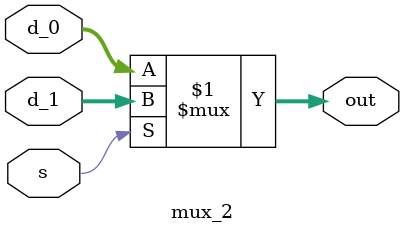
<source format=v>
`timescale 1ns / 1ps


module mux_2 #(parameter WIDTH = 8)(
    input [WIDTH-1:0] d_0, d_1,
    input s,
    output [WIDTH-1:0] out
    );
    
    assign out = s ? d_1: d_0;
    
endmodule

</source>
